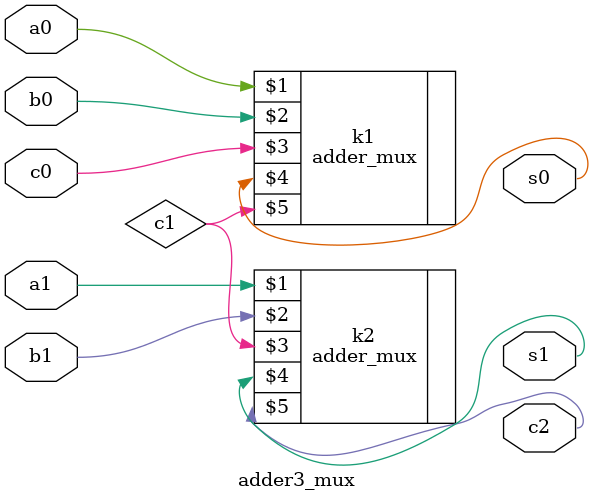
<source format=sv>
`timescale 1ns/1ns
module adder3_mux(input a0,b0,a1,b1,c0,output s1,s0,c2);
  adder_mux k1(a0,b0,c0,s0,c1),
            k2(a1,b1,c1,s1,c2);
endmodule
</source>
